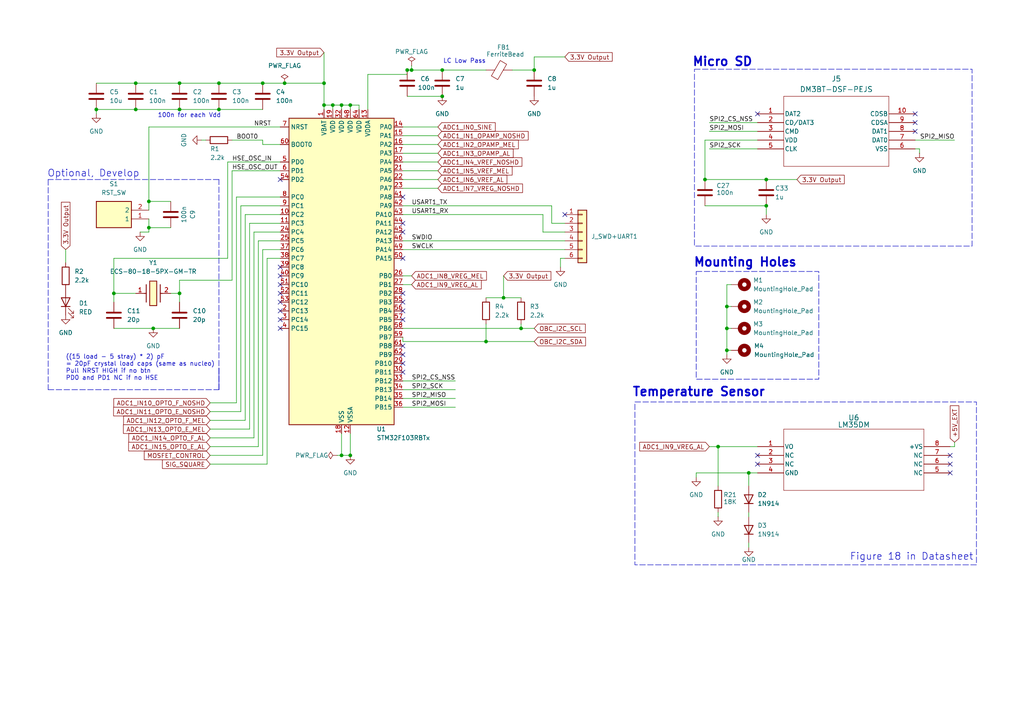
<source format=kicad_sch>
(kicad_sch (version 20231120) (generator "eeschema") (generator_version "8.0")
  (paper "A4")
  (title_block (title "Regina Payload Cubesat MCU Integration") (date "2024-01-15") (company "Karim Ait-Allaoua") (comment 1 "BOOT0: LOW for always main flash memory") (comment 2 "Optional, Develop parts not needed for final design"))
  (lib_symbols
    (symbol "Connector_Generic:Conn_01x06" (pin_names (offset 1.016) hide)
      (property "Reference" "J" (at 0 7.62 0))
      (property "Value" "Conn_01x06" (at 0 -10.16 0))
      (symbol "Conn_01x06_1_1"
        (rectangle (start -1.27 -7.493) (end 0 -7.747) (stroke (width 0.1524)))
        (rectangle (start -1.27 -4.953) (end 0 -5.207) (stroke (width 0.1524)))
        (rectangle (start -1.27 -2.413) (end 0 -2.667) (stroke (width 0.1524)))
        (rectangle (start -1.27 0.127) (end 0 -0.127) (stroke (width 0.1524)))
        (rectangle (start -1.27 2.667) (end 0 2.413) (stroke (width 0.1524)))
        (rectangle (start -1.27 5.207) (end 0 4.953) (stroke (width 0.1524)))
        (rectangle (start -1.27 6.35) (end 1.27 -8.89) (stroke (width 0.254)) (fill (type background)))
        (pin passive line (at -5.08 5.08 0) (length 3.81) (name "Pin_1") (number "1"))
        (pin passive line (at -5.08 2.54 0) (length 3.81) (name "Pin_2") (number "2"))
        (pin passive line (at -5.08 0 0) (length 3.81) (name "Pin_3") (number "3"))
        (pin passive line (at -5.08 -2.54 0) (length 3.81) (name "Pin_4") (number "4"))
        (pin passive line (at -5.08 -5.08 0) (length 3.81) (name "Pin_5") (number "5"))
        (pin passive line (at -5.08 -7.62 0) (length 3.81) (name "Pin_6") (number "6"))
      )
    )
    (symbol "Device:C" (pin_numbers hide) (pin_names (offset 0.254))
      (property "Reference" "C" (at 0.635 2.54 0))
      (property "Value" "C" (at 0.635 -2.54 0))
      (symbol "C_0_1"
        (polyline (pts (xy -2.032 -0.762) (xy 2.032 -0.762)) (stroke (width 0.508)))
        (polyline (pts (xy -2.032 0.762) (xy 2.032 0.762)) (stroke (width 0.508)))
      )
      (symbol "C_1_1"
        (pin passive line (at 0 3.81 270) (length 2.794) (name "~") (number "1"))
        (pin passive line (at 0 -3.81 90) (length 2.794) (name "~") (number "2"))
      )
    )
    (symbol "Device:D" (pin_numbers hide) (pin_names (offset 1.016) hide)
      (property "Reference" "D" (at 0 2.54 0))
      (property "Value" "D" (at 0 -2.54 0))
      (symbol "D_0_1"
        (polyline (pts (xy -1.27 1.27) (xy -1.27 -1.27)) (stroke (width 0.254)))
        (polyline (pts (xy 1.27 0) (xy -1.27 0)))
        (polyline (pts (xy 1.27 1.27) (xy 1.27 -1.27) (xy -1.27 0) (xy 1.27 1.27)) (stroke (width 0.254)))
      )
      (symbol "D_1_1"
        (pin passive line (at -3.81 0 0) (length 2.54) (name "K") (number "1"))
        (pin passive line (at 3.81 0 180) (length 2.54) (name "A") (number "2"))
      )
    )
    (symbol "Device:FerriteBead" (pin_numbers hide) (pin_names (offset 0))
      (property "Reference" "FB" (at -3.81 0.635 90))
      (property "Value" "FerriteBead" (at 3.81 0 90))
      (symbol "FerriteBead_0_1"
        (polyline (pts (xy 0 -1.27) (xy 0 -1.2192)))
        (polyline (pts (xy 0 1.27) (xy 0 1.2954)))
        (polyline (pts (xy -2.7686 0.4064) (xy -1.7018 2.2606) (xy 2.7686 -0.3048) (xy 1.6764 -2.159) (xy -2.7686 0.4064)))
      )
      (symbol "FerriteBead_1_1"
        (pin passive line (at 0 3.81 270) (length 2.54) (name "~") (number "1"))
        (pin passive line (at 0 -3.81 90) (length 2.54) (name "~") (number "2"))
      )
    )
    (symbol "Device:LED" (pin_numbers hide) (pin_names (offset 1.016) hide)
      (property "Reference" "D" (at 0 2.54 0))
      (property "Value" "LED" (at 0 -2.54 0))
      (symbol "LED_0_1"
        (polyline (pts (xy -1.27 -1.27) (xy -1.27 1.27)) (stroke (width 0.254)))
        (polyline (pts (xy -1.27 0) (xy 1.27 0)))
        (polyline (pts (xy 1.27 -1.27) (xy 1.27 1.27) (xy -1.27 0) (xy 1.27 -1.27)) (stroke (width 0.254)))
        (polyline (pts (xy -3.048 -0.762) (xy -4.572 -2.286) (xy -3.81 -2.286) (xy -4.572 -2.286) (xy -4.572 -1.524)))
        (polyline (pts (xy -1.778 -0.762) (xy -3.302 -2.286) (xy -2.54 -2.286) (xy -3.302 -2.286) (xy -3.302 -1.524)))
      )
      (symbol "LED_1_1"
        (pin passive line (at -3.81 0 0) (length 2.54) (name "K") (number "1"))
        (pin passive line (at 3.81 0 180) (length 2.54) (name "A") (number "2"))
      )
    )
    (symbol "Device:R" (pin_numbers hide) (pin_names (offset 0))
      (property "Reference" "R" (at 2.032 0 90))
      (property "Value" "R" (at 0 0 90))
      (symbol "R_0_1"
        (rectangle (start -1.016 -2.54) (end 1.016 2.54) (stroke (width 0.254)))
      )
      (symbol "R_1_1"
        (pin passive line (at 0 3.81 270) (length 1.27) (name "~") (number "1"))
        (pin passive line (at 0 -3.81 90) (length 1.27) (name "~") (number "2"))
      )
    )
    (symbol "GND_1" (power) (pin_numbers hide) (pin_names (offset 0) hide)
      (property "Value" "GND" (at 0 -3.81 0))
      (symbol "GND_1_0_1"
        (polyline (pts (xy 0 0) (xy 0 -1.27) (xy 1.27 -1.27) (xy 0 -2.54) (xy -1.27 -1.27) (xy 0 -1.27)))
      )
      (symbol "GND_1_1_1"
        (pin power_in line (at 0 0 270) (length 0) (name "~") (number "1"))
      )
    )
    (symbol "GND_2" (power) (pin_numbers hide) (pin_names (offset 0) hide)
      (property "Value" "GND" (at 0 -3.81 0))
      (symbol "GND_2_0_1"
        (polyline (pts (xy 0 0) (xy 0 -1.27) (xy 1.27 -1.27) (xy 0 -2.54) (xy -1.27 -1.27) (xy 0 -1.27)))
      )
      (symbol "GND_2_1_1"
        (pin power_in line (at 0 0 270) (length 0) (name "~") (number "1"))
      )
    )
    (symbol "GND_3" (power) (pin_numbers hide) (pin_names (offset 0) hide)
      (property "Value" "GND" (at 0 -3.81 0))
      (symbol "GND_3_0_1"
        (polyline (pts (xy 0 0) (xy 0 -1.27) (xy 1.27 -1.27) (xy 0 -2.54) (xy -1.27 -1.27) (xy 0 -1.27)))
      )
      (symbol "GND_3_1_1"
        (pin power_in line (at 0 0 270) (length 0) (name "~") (number "1"))
      )
    )
    (symbol "GND_4" (power) (pin_numbers hide) (pin_names (offset 0) hide)
      (property "Value" "GND" (at 0 -3.81 0))
      (symbol "GND_4_0_1"
        (polyline (pts (xy 0 0) (xy 0 -1.27) (xy 1.27 -1.27) (xy 0 -2.54) (xy -1.27 -1.27) (xy 0 -1.27)))
      )
      (symbol "GND_4_1_1"
        (pin power_in line (at 0 0 270) (length 0) (name "~") (number "1"))
      )
    )
    (symbol "MCU_ST_STM32F1:STM32F103RBTx"
      (property "Reference" "U" (at -15.24 46.99 0))
      (property "Value" "STM32F103RBTx" (at 10.16 46.99 0))
      (symbol "STM32F103RBTx_0_1"
        (rectangle (start -15.24 -43.18) (end 15.24 45.72) (stroke (width 0.254)) (fill (type background)))
      )
      (symbol "STM32F103RBTx_1_1"
        (pin power_in line (at -5.08 48.26 270) (length 2.54) (name "VBAT") (number "1"))
        (pin bidirectional line (at -17.78 17.78 0) (length 2.54) (name "PC2") (number "10"))
        (pin bidirectional line (at -17.78 15.24 0) (length 2.54) (name "PC3") (number "11"))
        (pin power_in line (at 2.54 -45.72 90) (length 2.54) (name "VSSA") (number "12"))
        (pin power_in line (at 7.62 48.26 270) (length 2.54) (name "VDDA") (number "13"))
        (pin bidirectional line (at 17.78 43.18 180) (length 2.54) (name "PA0") (number "14"))
        (pin bidirectional line (at 17.78 40.64 180) (length 2.54) (name "PA1") (number "15"))
        (pin bidirectional line (at 17.78 38.1 180) (length 2.54) (name "PA2") (number "16"))
        (pin bidirectional line (at 17.78 35.56 180) (length 2.54) (name "PA3") (number "17"))
        (pin power_in line (at 0 -45.72 90) (length 2.54) (name "VSS") (number "18"))
        (pin power_in line (at -2.54 48.26 270) (length 2.54) (name "VDD") (number "19"))
        (pin bidirectional line (at -17.78 -10.16 0) (length 2.54) (name "PC13") (number "2"))
        (pin bidirectional line (at 17.78 33.02 180) (length 2.54) (name "PA4") (number "20"))
        (pin bidirectional line (at 17.78 30.48 180) (length 2.54) (name "PA5") (number "21"))
        (pin bidirectional line (at 17.78 27.94 180) (length 2.54) (name "PA6") (number "22"))
        (pin bidirectional line (at 17.78 25.4 180) (length 2.54) (name "PA7") (number "23"))
        (pin bidirectional line (at -17.78 12.7 0) (length 2.54) (name "PC4") (number "24"))
        (pin bidirectional line (at -17.78 10.16 0) (length 2.54) (name "PC5") (number "25"))
        (pin bidirectional line (at 17.78 0 180) (length 2.54) (name "PB0") (number "26"))
        (pin bidirectional line (at 17.78 -2.54 180) (length 2.54) (name "PB1") (number "27"))
        (pin bidirectional line (at 17.78 -5.08 180) (length 2.54) (name "PB2") (number "28"))
        (pin bidirectional line (at 17.78 -25.4 180) (length 2.54) (name "PB10") (number "29"))
        (pin bidirectional line (at -17.78 -12.7 0) (length 2.54) (name "PC14") (number "3"))
        (pin bidirectional line (at 17.78 -27.94 180) (length 2.54) (name "PB11") (number "30"))
        (pin passive line (at 0 -45.72 90) (length 2.54) hide (name "VSS") (number "31"))
        (pin power_in line (at 0 48.26 270) (length 2.54) (name "VDD") (number "32"))
        (pin bidirectional line (at 17.78 -30.48 180) (length 2.54) (name "PB12") (number "33"))
        (pin bidirectional line (at 17.78 -33.02 180) (length 2.54) (name "PB13") (number "34"))
        (pin bidirectional line (at 17.78 -35.56 180) (length 2.54) (name "PB14") (number "35"))
        (pin bidirectional line (at 17.78 -38.1 180) (length 2.54) (name "PB15") (number "36"))
        (pin bidirectional line (at -17.78 7.62 0) (length 2.54) (name "PC6") (number "37"))
        (pin bidirectional line (at -17.78 5.08 0) (length 2.54) (name "PC7") (number "38"))
        (pin bidirectional line (at -17.78 2.54 0) (length 2.54) (name "PC8") (number "39"))
        (pin bidirectional line (at -17.78 -15.24 0) (length 2.54) (name "PC15") (number "4"))
        (pin bidirectional line (at -17.78 0 0) (length 2.54) (name "PC9") (number "40"))
        (pin bidirectional line (at 17.78 22.86 180) (length 2.54) (name "PA8") (number "41"))
        (pin bidirectional line (at 17.78 20.32 180) (length 2.54) (name "PA9") (number "42"))
        (pin bidirectional line (at 17.78 17.78 180) (length 2.54) (name "PA10") (number "43"))
        (pin bidirectional line (at 17.78 15.24 180) (length 2.54) (name "PA11") (number "44"))
        (pin bidirectional line (at 17.78 12.7 180) (length 2.54) (name "PA12") (number "45"))
        (pin bidirectional line (at 17.78 10.16 180) (length 2.54) (name "PA13") (number "46"))
        (pin passive line (at 0 -45.72 90) (length 2.54) hide (name "VSS") (number "47"))
        (pin power_in line (at 2.54 48.26 270) (length 2.54) (name "VDD") (number "48"))
        (pin bidirectional line (at 17.78 7.62 180) (length 2.54) (name "PA14") (number "49"))
        (pin bidirectional line (at -17.78 33.02 0) (length 2.54) (name "PD0") (number "5"))
        (pin bidirectional line (at 17.78 5.08 180) (length 2.54) (name "PA15") (number "50"))
        (pin bidirectional line (at -17.78 -2.54 0) (length 2.54) (name "PC10") (number "51"))
        (pin bidirectional line (at -17.78 -5.08 0) (length 2.54) (name "PC11") (number "52"))
        (pin bidirectional line (at -17.78 -7.62 0) (length 2.54) (name "PC12") (number "53"))
        (pin bidirectional line (at -17.78 27.94 0) (length 2.54) (name "PD2") (number "54"))
        (pin bidirectional line (at 17.78 -7.62 180) (length 2.54) (name "PB3") (number "55"))
        (pin bidirectional line (at 17.78 -10.16 180) (length 2.54) (name "PB4") (number "56"))
        (pin bidirectional line (at 17.78 -12.7 180) (length 2.54) (name "PB5") (number "57"))
        (pin bidirectional line (at 17.78 -15.24 180) (length 2.54) (name "PB6") (number "58"))
        (pin bidirectional line (at 17.78 -17.78 180) (length 2.54) (name "PB7") (number "59"))
        (pin bidirectional line (at -17.78 30.48 0) (length 2.54) (name "PD1") (number "6"))
        (pin input line (at -17.78 38.1 0) (length 2.54) (name "BOOT0") (number "60"))
        (pin bidirectional line (at 17.78 -20.32 180) (length 2.54) (name "PB8") (number "61"))
        (pin bidirectional line (at 17.78 -22.86 180) (length 2.54) (name "PB9") (number "62"))
        (pin passive line (at 0 -45.72 90) (length 2.54) hide (name "VSS") (number "63"))
        (pin power_in line (at 5.08 48.26 270) (length 2.54) (name "VDD") (number "64"))
        (pin input line (at -17.78 43.18 0) (length 2.54) (name "NRST") (number "7"))
        (pin bidirectional line (at -17.78 22.86 0) (length 2.54) (name "PC0") (number "8"))
        (pin bidirectional line (at -17.78 20.32 0) (length 2.54) (name "PC1") (number "9"))
      )
    )
    (symbol "Mechanical:MountingHole_Pad" (pin_numbers hide) (pin_names (offset 1.016) hide)
      (property "Reference" "H" (at 0 6.35 0))
      (property "Value" "MountingHole_Pad" (at 0 4.445 0))
      (symbol "MountingHole_Pad_0_1"
        (circle (center 0 1.27) (radius 1.27) (stroke (width 1.27)))
      )
      (symbol "MountingHole_Pad_1_1"
        (pin input line (at 0 -2.54 90) (length 2.54) (name "1") (number "1"))
      )
    )
    (symbol "capstone:95C04A3GWRT"
      (property "Reference" "S" (at 16.51 7.62 0))
      (property "Value" "95C04A3GWRT" (at 16.51 5.08 0))
      (symbol "95C04A3GWRT_1_1"
        (rectangle (start 5.08 2.54) (end 15.24 -5.08) (stroke (width 0.254)) (fill (type background)))
        (pin passive line (at 0 0 0) (length 5.08) (name "1") (number "1"))
        (pin passive line (at 0 -2.54 0) (length 5.08) (name "2") (number "2"))
      )
    )
    (symbol "capstone:DM3BT-DSF-PEJS" (pin_names (offset 0.254))
      (property "Reference" "J" (at 22.86 10.16 0))
      (property "Value" "DM3BT-DSF-PEJS" (at 22.86 7.62 0))
      (symbol "DM3BT-DSF-PEJS_0_1"
        (polyline (pts (xy 7.62 -15.24) (xy 38.1 -15.24)) (stroke (width 0.127)))
        (polyline (pts (xy 7.62 5.08) (xy 7.62 -15.24)) (stroke (width 0.127)))
        (polyline (pts (xy 38.1 -15.24) (xy 38.1 5.08)) (stroke (width 0.127)))
        (polyline (pts (xy 38.1 5.08) (xy 7.62 5.08)) (stroke (width 0.127)))
        (pin bidirectional line (at 0 0 0) (length 7.62) (name "DAT2") (number "1"))
        (pin unspecified line (at 45.72 0 180) (length 7.62) (name "CDSB") (number "10"))
        (pin bidirectional line (at 0 -2.54 0) (length 7.62) (name "CD/DAT3") (number "2"))
        (pin unspecified line (at 0 -5.08 0) (length 7.62) (name "CMD") (number "3"))
        (pin power_in line (at 0 -7.62 0) (length 7.62) (name "VDD") (number "4"))
        (pin unspecified line (at 0 -10.16 0) (length 7.62) (name "CLK") (number "5"))
        (pin power_out line (at 45.72 -10.16 180) (length 7.62) (name "VSS") (number "6"))
        (pin bidirectional line (at 45.72 -7.62 180) (length 7.62) (name "DAT0") (number "7"))
        (pin bidirectional line (at 45.72 -5.08 180) (length 7.62) (name "DAT1") (number "8"))
        (pin unspecified line (at 45.72 -2.54 180) (length 7.62) (name "CDSA") (number "9"))
      )
    )
    (symbol "capstone:ECS-80-18-5PX-GM-TR" (pin_names hide)
      (property "Reference" "Y" (at 8.89 6.35 0))
      (property "Value" "ECS-80-18-5PX-GM-TR" (at 8.89 3.81 0))
      (symbol "ECS-80-18-5PX-GM-TR_1_1"
        (polyline (pts (xy 3.048 0) (xy 2.54 0)) (stroke (width 0.254)))
        (polyline (pts (xy 3.048 2.54) (xy 3.048 -2.54)) (stroke (width 0.254)))
        (polyline (pts (xy 7.112 0) (xy 7.62 0)) (stroke (width 0.254)))
        (polyline (pts (xy 7.112 2.54) (xy 7.112 -2.54)) (stroke (width 0.254)))
        (rectangle (start 4.064 3.556) (end 6.096 -3.556) (stroke (width 0.254)) (fill (type background)))
        (pin passive line (at 0 0 0) (length 2.54) (name "1") (number "1"))
        (pin passive line (at 10.16 0 180) (length 2.54) (name "2") (number "2"))
      )
    )
    (symbol "capstone:LM35DM" (pin_names (offset 0.254))
      (property "Reference" "U" (at 27.94 10.16 0))
      (property "Value" "LM35DM" (at 27.94 7.62 0))
      (symbol "LM35DM_0_1"
        (polyline (pts (xy 7.62 -12.7) (xy 48.26 -12.7)) (stroke (width 0.127)))
        (polyline (pts (xy 7.62 5.08) (xy 7.62 -12.7)) (stroke (width 0.127)))
        (polyline (pts (xy 48.26 -12.7) (xy 48.26 5.08)) (stroke (width 0.127)))
        (polyline (pts (xy 48.26 5.08) (xy 7.62 5.08)) (stroke (width 0.127)))
        (pin output line (at 0 0 0) (length 7.62) (name "VO") (number "1"))
        (pin passive line (at 0 -2.54 0) (length 7.62) (name "NC") (number "2"))
        (pin passive line (at 0 -5.08 0) (length 7.62) (name "NC") (number "3"))
        (pin passive line (at 0 -7.62 0) (length 7.62) (name "GND") (number "4"))
        (pin passive line (at 55.88 -7.62 180) (length 7.62) (name "NC") (number "5"))
        (pin passive line (at 55.88 -5.08 180) (length 7.62) (name "NC") (number "6"))
        (pin passive line (at 55.88 -2.54 180) (length 7.62) (name "NC") (number "7"))
        (pin input line (at 55.88 0 180) (length 7.62) (name "+VS") (number "8"))
      )
    )
    (symbol "power:GND" (power) (pin_names (offset 0))
      (property "Value" "GND" (at 0 -3.81 0))
      (symbol "GND_0_1"
        (polyline (pts (xy 0 0) (xy 0 -1.27) (xy 1.27 -1.27) (xy 0 -2.54) (xy -1.27 -1.27) (xy 0 -1.27)))
      )
      (symbol "GND_1_1"
        (pin power_in line (at 0 0 270) (length 0) hide (name "GND") (number "1"))
      )
    )
    (symbol "power:PWR_FLAG" (power) (pin_numbers hide) (pin_names (offset 0) hide)
      (property "Value" "PWR_FLAG" (at 0 3.81 0))
      (symbol "PWR_FLAG_0_0"
        (pin power_out line (at 0 0 90) (length 0) (name "pwr") (number "1"))
      )
      (symbol "PWR_FLAG_0_1"
        (polyline (pts (xy 0 0) (xy 0 1.27) (xy -1.016 1.905) (xy 0 2.54) (xy 1.016 1.905) (xy 0 1.27)))
      )
    )
  )
  (junction (at 151.13 95.25))
  (junction (at 82.55 24.13))
  (junction (at 128.27 20.32))
  (junction (at 101.6 132.08))
  (junction (at 39.37 31.75))
  (junction (at 63.5 31.75))
  (junction (at 128.27 27.94))
  (junction (at 208.28 129.54))
  (junction (at 99.06 132.08))
  (junction (at 52.07 85.09))
  (junction (at 101.6 30.48))
  (junction (at 33.02 85.09))
  (junction (at 210.82 88.9))
  (junction (at 222.25 59.69))
  (junction (at 119.38 20.32))
  (junction (at 93.98 30.48))
  (junction (at 154.94 20.32))
  (junction (at 27.94 31.75))
  (junction (at 217.17 137.16))
  (junction (at 146.05 86.36))
  (junction (at 52.07 31.75))
  (junction (at 43.18 66.04))
  (junction (at 76.2 24.13))
  (junction (at 96.52 30.48))
  (junction (at 43.18 58.42))
  (junction (at 140.97 99.06))
  (junction (at 44.45 95.25))
  (junction (at 93.98 24.13))
  (junction (at 99.06 30.48))
  (junction (at 39.37 24.13))
  (junction (at 52.07 24.13))
  (junction (at 204.47 52.07))
  (junction (at 210.82 95.25))
  (junction (at 118.11 20.32))
  (junction (at 210.82 101.6))
  (junction (at 63.5 24.13))
  (junction (at 222.25 52.07))
  (no_connect (at 81.28 90.17))
  (no_connect (at 219.71 132.08))
  (no_connect (at 81.28 82.55))
  (no_connect (at 116.84 85.09))
  (no_connect (at 275.59 137.16))
  (no_connect (at 265.43 35.56))
  (no_connect (at 116.84 87.63))
  (no_connect (at 265.43 38.1))
  (no_connect (at 219.71 33.02))
  (no_connect (at 116.84 67.31))
  (no_connect (at 116.84 57.15))
  (no_connect (at 116.84 107.95))
  (no_connect (at 81.28 85.09))
  (no_connect (at 81.28 80.01))
  (no_connect (at 116.84 90.17))
  (no_connect (at 81.28 87.63))
  (no_connect (at 81.28 77.47))
  (no_connect (at 265.43 33.02))
  (no_connect (at 116.84 100.33))
  (no_connect (at 116.84 64.77))
  (no_connect (at 219.71 134.62))
  (no_connect (at 116.84 74.93))
  (no_connect (at 163.83 62.23))
  (no_connect (at 116.84 105.41))
  (no_connect (at 81.28 95.25))
  (no_connect (at 275.59 134.62))
  (no_connect (at 81.28 92.71))
  (no_connect (at 116.84 92.71))
  (no_connect (at 116.84 102.87))
  (no_connect (at 81.28 52.07))
  (no_connect (at 275.59 132.08))
  (wire (pts (xy 204.47 59.69) (xy 222.25 59.69)))
  (wire (pts (xy 39.37 24.13) (xy 52.07 24.13)))
  (wire (pts (xy 157.48 67.31) (xy 157.48 62.23)))
  (wire (pts (xy 73.66 127) (xy 73.66 67.31)))
  (wire (pts (xy 201.93 138.43) (xy 201.93 137.16)))
  (wire (pts (xy 60.96 119.38) (xy 69.85 119.38)))
  (wire (pts (xy 63.5 24.13) (xy 76.2 24.13)))
  (wire (pts (xy 66.04 46.99) (xy 81.28 46.99)))
  (wire (pts (xy 118.11 20.32) (xy 119.38 20.32)))
  (wire (pts (xy 162.56 74.93) (xy 163.83 74.93)))
  (wire (pts (xy 60.96 134.62) (xy 77.47 134.62)))
  (wire (pts (xy 210.82 88.9) (xy 212.09 88.9)))
  (polyline (pts (xy 13.97 113.03) (xy 63.5 113.03)) (stroke (width 0) (type dash)))
  (wire (pts (xy 93.98 30.48) (xy 96.52 30.48)))
  (wire (pts (xy 205.74 35.56) (xy 219.71 35.56)))
  (wire (pts (xy 151.13 95.25) (xy 154.94 95.25)))
  (wire (pts (xy 208.28 129.54) (xy 219.71 129.54)))
  (wire (pts (xy 205.74 43.18) (xy 219.71 43.18)))
  (wire (pts (xy 63.5 31.75) (xy 76.2 31.75)))
  (wire (pts (xy 72.39 64.77) (xy 81.28 64.77)))
  (wire (pts (xy 163.83 67.31) (xy 157.48 67.31)))
  (wire (pts (xy 210.82 102.87) (xy 210.82 101.6)))
  (wire (pts (xy 69.85 59.69) (xy 81.28 59.69)))
  (wire (pts (xy 49.53 85.09) (xy 52.07 85.09)))
  (wire (pts (xy 97.79 132.08) (xy 99.06 132.08)))
  (wire (pts (xy 140.97 99.06) (xy 154.94 99.06)))
  (wire (pts (xy 116.84 118.11) (xy 132.08 118.11)))
  (wire (pts (xy 128.27 20.32) (xy 140.97 20.32)))
  (wire (pts (xy 44.45 95.25) (xy 52.07 95.25)))
  (wire (pts (xy 106.68 21.59) (xy 118.11 21.59)))
  (wire (pts (xy 148.59 20.32) (xy 154.94 20.32)))
  (wire (pts (xy 204.47 40.64) (xy 204.47 52.07)))
  (wire (pts (xy 60.96 124.46) (xy 72.39 124.46)))
  (wire (pts (xy 118.11 21.59) (xy 118.11 20.32)))
  (polyline (pts (xy 63.5 113.03) (xy 63.5 106.68)))
  (wire (pts (xy 210.82 101.6) (xy 210.82 95.25)))
  (wire (pts (xy 101.6 125.73) (xy 101.6 132.08)))
  (wire (pts (xy 116.84 41.91) (xy 127 41.91)))
  (wire (pts (xy 222.25 62.23) (xy 222.25 59.69)))
  (wire (pts (xy 60.96 132.08) (xy 76.2 132.08)))
  (wire (pts (xy 106.68 21.59) (xy 106.68 31.75)))
  (wire (pts (xy 104.14 31.75) (xy 104.14 30.48)))
  (wire (pts (xy 210.82 95.25) (xy 212.09 95.25)))
  (wire (pts (xy 71.12 62.23) (xy 81.28 62.23)))
  (wire (pts (xy 205.74 129.54) (xy 208.28 129.54)))
  (wire (pts (xy 101.6 132.08) (xy 99.06 132.08)))
  (wire (pts (xy 116.84 69.85) (xy 163.83 69.85)))
  (wire (pts (xy 265.43 40.64) (xy 276.86 40.64)))
  (wire (pts (xy 27.94 31.75) (xy 39.37 31.75)))
  (wire (pts (xy 43.18 63.5) (xy 43.18 66.04)))
  (wire (pts (xy 74.93 129.54) (xy 74.93 69.85)))
  (wire (pts (xy 77.47 134.62) (xy 77.47 74.93)))
  (wire (pts (xy 116.84 39.37) (xy 127 39.37)))
  (wire (pts (xy 74.93 69.85) (xy 81.28 69.85)))
  (wire (pts (xy 96.52 31.75) (xy 96.52 30.48)))
  (wire (pts (xy 116.84 80.01) (xy 119.38 80.01)))
  (wire (pts (xy 210.82 95.25) (xy 210.82 88.9)))
  (wire (pts (xy 68.58 57.15) (xy 81.28 57.15)))
  (wire (pts (xy 60.96 121.92) (xy 71.12 121.92)))
  (wire (pts (xy 140.97 86.36) (xy 146.05 86.36)))
  (wire (pts (xy 33.02 74.93) (xy 33.02 85.09)))
  (wire (pts (xy 116.84 54.61) (xy 127 54.61)))
  (wire (pts (xy 99.06 30.48) (xy 101.6 30.48)))
  (wire (pts (xy 99.06 31.75) (xy 99.06 30.48)))
  (wire (pts (xy 162.56 77.47) (xy 162.56 74.93)))
  (wire (pts (xy 33.02 95.25) (xy 44.45 95.25)))
  (wire (pts (xy 101.6 30.48) (xy 101.6 31.75)))
  (wire (pts (xy 72.39 124.46) (xy 72.39 64.77)))
  (wire (pts (xy 71.12 121.92) (xy 71.12 62.23)))
  (wire (pts (xy 77.47 74.93) (xy 81.28 74.93)))
  (wire (pts (xy 146.05 86.36) (xy 151.13 86.36)))
  (wire (pts (xy 43.18 58.42) (xy 49.53 58.42)))
  (wire (pts (xy 201.93 137.16) (xy 217.17 137.16)))
  (wire (pts (xy 116.84 52.07) (xy 127 52.07)))
  (wire (pts (xy 59.69 40.64) (xy 58.42 40.64)))
  (wire (pts (xy 93.98 15.24) (xy 93.98 24.13)))
  (wire (pts (xy 52.07 24.13) (xy 63.5 24.13)))
  (wire (pts (xy 76.2 41.91) (xy 81.28 41.91)))
  (wire (pts (xy 39.37 31.75) (xy 52.07 31.75)))
  (wire (pts (xy 67.31 49.53) (xy 81.28 49.53)))
  (wire (pts (xy 43.18 58.42) (xy 43.18 60.96)))
  (wire (pts (xy 210.82 82.55) (xy 212.09 82.55)))
  (wire (pts (xy 27.94 31.75) (xy 27.94 33.02)))
  (wire (pts (xy 210.82 88.9) (xy 210.82 82.55)))
  (wire (pts (xy 151.13 93.98) (xy 151.13 95.25)))
  (wire (pts (xy 116.84 44.45) (xy 127 44.45)))
  (wire (pts (xy 43.18 67.31) (xy 40.64 67.31)))
  (wire (pts (xy 160.02 64.77) (xy 163.83 64.77)))
  (wire (pts (xy 27.94 24.13) (xy 39.37 24.13)))
  (wire (pts (xy 99.06 125.73) (xy 99.06 132.08)))
  (wire (pts (xy 116.84 95.25) (xy 151.13 95.25)))
  (wire (pts (xy 67.31 40.64) (xy 76.2 40.64)))
  (wire (pts (xy 73.66 67.31) (xy 81.28 67.31)))
  (wire (pts (xy 208.28 129.54) (xy 208.28 140.97)))
  (wire (pts (xy 43.18 36.83) (xy 43.18 58.42)))
  (wire (pts (xy 60.96 129.54) (xy 74.93 129.54)))
  (wire (pts (xy 66.04 74.93) (xy 33.02 74.93)))
  (wire (pts (xy 116.84 113.03) (xy 132.08 113.03)))
  (wire (pts (xy 104.14 30.48) (xy 101.6 30.48)))
  (wire (pts (xy 66.04 46.99) (xy 66.04 74.93)))
  (wire (pts (xy 116.84 46.99) (xy 127 46.99)))
  (polyline (pts (xy 63.5 113.03) (xy 63.5 52.07)) (stroke (width 0) (type dash)))
  (wire (pts (xy 96.52 30.48) (xy 99.06 30.48)))
  (wire (pts (xy 43.18 36.83) (xy 81.28 36.83)))
  (wire (pts (xy 276.86 129.54) (xy 276.86 128.27)))
  (wire (pts (xy 116.84 99.06) (xy 140.97 99.06)))
  (wire (pts (xy 140.97 93.98) (xy 140.97 99.06)))
  (wire (pts (xy 68.58 116.84) (xy 68.58 57.15)))
  (wire (pts (xy 231.14 52.07) (xy 222.25 52.07)))
  (wire (pts (xy 60.96 116.84) (xy 68.58 116.84)))
  (wire (pts (xy 208.28 148.59) (xy 208.28 149.86)))
  (wire (pts (xy 76.2 24.13) (xy 82.55 24.13)))
  (wire (pts (xy 146.05 80.01) (xy 146.05 86.36)))
  (wire (pts (xy 60.96 127) (xy 73.66 127)))
  (wire (pts (xy 217.17 149.86) (xy 217.17 148.59)))
  (wire (pts (xy 205.74 38.1) (xy 219.71 38.1)))
  (wire (pts (xy 93.98 24.13) (xy 93.98 30.48)))
  (wire (pts (xy 33.02 85.09) (xy 39.37 85.09)))
  (wire (pts (xy 43.18 66.04) (xy 43.18 67.31)))
  (wire (pts (xy 69.85 119.38) (xy 69.85 59.69)))
  (wire (pts (xy 163.83 16.51) (xy 154.94 16.51)))
  (wire (pts (xy 160.02 59.69) (xy 160.02 64.77)))
  (polyline (pts (xy 13.97 52.07) (xy 13.97 113.03)) (stroke (width 0) (type dash)))
  (wire (pts (xy 116.84 72.39) (xy 163.83 72.39)))
  (wire (pts (xy 119.38 19.05) (xy 119.38 20.32)))
  (wire (pts (xy 154.94 16.51) (xy 154.94 20.32)))
  (wire (pts (xy 43.18 66.04) (xy 49.53 66.04)))
  (wire (pts (xy 116.84 36.83) (xy 127 36.83)))
  (wire (pts (xy 116.84 110.49) (xy 132.08 110.49)))
  (wire (pts (xy 210.82 101.6) (xy 212.09 101.6)))
  (wire (pts (xy 217.17 137.16) (xy 219.71 137.16)))
  (wire (pts (xy 204.47 40.64) (xy 219.71 40.64)))
  (wire (pts (xy 118.11 27.94) (xy 128.27 27.94)))
  (wire (pts (xy 217.17 137.16) (xy 217.17 140.97)))
  (wire (pts (xy 116.84 82.55) (xy 119.38 82.55)))
  (wire (pts (xy 76.2 40.64) (xy 76.2 41.91)))
  (wire (pts (xy 275.59 129.54) (xy 276.86 129.54)))
  (wire (pts (xy 266.7 43.18) (xy 266.7 44.45)))
  (wire (pts (xy 52.07 81.28) (xy 67.31 81.28)))
  (wire (pts (xy 217.17 157.48) (xy 217.17 158.75)))
  (wire (pts (xy 19.05 72.39) (xy 19.05 76.2)))
  (wire (pts (xy 52.07 85.09) (xy 52.07 87.63)))
  (polyline (pts (xy 63.5 52.07) (xy 13.97 52.07)) (stroke (width 0) (type dash)))
  (wire (pts (xy 116.84 59.69) (xy 160.02 59.69)))
  (wire (pts (xy 76.2 72.39) (xy 76.2 132.08)))
  (wire (pts (xy 265.43 43.18) (xy 266.7 43.18)))
  (wire (pts (xy 116.84 49.53) (xy 127 49.53)))
  (wire (pts (xy 33.02 85.09) (xy 33.02 87.63)))
  (wire (pts (xy 82.55 24.13) (xy 93.98 24.13)))
  (wire (pts (xy 93.98 31.75) (xy 93.98 30.48)))
  (wire (pts (xy 52.07 81.28) (xy 52.07 85.09)))
  (wire (pts (xy 157.48 62.23) (xy 116.84 62.23)))
  (wire (pts (xy 204.47 52.07) (xy 222.25 52.07)))
  (wire (pts (xy 81.28 72.39) (xy 76.2 72.39)))
  (wire (pts (xy 116.84 99.06) (xy 116.84 97.79)))
  (wire (pts (xy 52.07 31.75) (xy 63.5 31.75)))
  (wire (pts (xy 119.38 20.32) (xy 128.27 20.32)))
  (wire (pts (xy 116.84 115.57) (xy 132.08 115.57)))
  (wire (pts (xy 67.31 81.28) (xy 67.31 49.53)))
  (rectangle (start 201.93 78.74) (end 237.49 109.982) (stroke (width 0) (type dash)))
  (rectangle (start 184.15 116.586) (end 283.21 163.83) (stroke (width 0) (type dash)))
  (rectangle (start 201.422 20.066) (end 281.94 71.374) (stroke (width 0) (type dash)))
  (text "((15 load - 5 stray) * 2) pF \n= 20pF crystal load caps (same as nucleo)\nPull NRST HIGH if no btn\nPD0 and PD1 NC if no HSE" (at 19.05 110.49 0) (effects (font (size 1.27 1.27)) (justify left bottom)))
  (text "Mounting Holes" (at 216.154 76.2 0) (effects (font (size 2.54 2.54) (thickness 0.508) (bold yes))))
  (text "Micro SD" (at 209.55 18.034 0) (effects (font (size 2.54 2.54) (thickness 0.508) (bold yes))))
  (text "Optional, Develop" (at 13.716 51.562 0) (effects (font (size 2 2)) (justify left bottom)))
  (text "Temperature Sensor" (at 202.692 113.792 0) (effects (font (size 2.54 2.54) (thickness 0.508) (bold yes))))
  (text "100n for each Vdd" (at 45.72 34.29 0) (effects (font (size 1.27 1.27)) (justify left bottom)))
  (text "Figure 18 in Datasheet" (at 264.414 161.544 0) (effects (font (size 2.032 2.032) (thickness 0.1588))))
  (text "LC Low Pass" (at 128.524 18.542 0) (effects (font (size 1.27 1.27)) (justify left bottom)))
  (label "SPI2_SCK" (at 205.74 43.18 0))
  (label "SPI2_CS_NSS" (at 205.74 35.56 0))
  (label "HSE_OSC_OUT" (at 67.31 49.53 0))
  (label "USART1_TX" (at 119.38 59.69 0))
  (label "HSE_OSC_IN" (at 67.31 46.99 0))
  (label "SPI2_CS_NSS" (at 119.38 110.49 0))
  (label "SPI2_MOSI" (at 205.74 38.1 0))
  (label "SPI2_MOSI" (at 119.38 118.11 0))
  (label "SPI2_MISO" (at 119.38 115.57 0))
  (label "SWCLK" (at 119.38 72.39 0))
  (label "USART1_RX" (at 119.38 62.23 0))
  (label "SPI2_MISO" (at 276.86 40.64 180))
  (label "BOOT0" (at 68.58 40.64 0))
  (label "NRST" (at 73.66 36.83 0))
  (label "SWDIO" (at 119.38 69.85 0))
  (label "SPI2_SCK" (at 119.38 113.03 0))
  (global_label "3.3V Output" (shape input) (at 231.14 52.07 0) (property "Intersheetrefs" "${INTERSHEET_REFS}" (effects (hide yes))))
  (global_label "ADC1_IN6_VREF_AL" (shape input) (at 127 52.07 0) (property "Intersheetrefs" "${INTERSHEET_REFS}" (effects (hide yes))))
  (global_label "3.3V Output" (shape input) (at 19.05 72.39 90) (property "Intersheetrefs" "${INTERSHEET_REFS}" (effects (hide yes))))
  (global_label "OBC_I2C_SDA" (shape input) (at 154.94 99.06 0) (property "Intersheetrefs" "${INTERSHEET_REFS}" (effects (hide yes))))
  (global_label "ADC1_IN13_OPTO_E_MEL" (shape input) (at 60.96 124.46 180) (property "Intersheetrefs" "${INTERSHEET_REFS}" (effects (hide yes))))
  (global_label "MOSFET_CONTROL" (shape input) (at 60.96 132.08 180) (property "Intersheetrefs" "${INTERSHEET_REFS}" (effects (hide yes))))
  (global_label "ADC1_IN2_OPAMP_MEL" (shape input) (at 127 41.91 0) (property "Intersheetrefs" "${INTERSHEET_REFS}" (effects (hide yes))))
  (global_label "ADC1_IN9_VREG_AL" (shape input) (at 119.38 82.55 0) (property "Intersheetrefs" "${INTERSHEET_REFS}" (effects (hide yes))))
  (global_label "ADC1_IN12_OPTO_F_MEL" (shape input) (at 60.96 121.92 180) (property "Intersheetrefs" "${INTERSHEET_REFS}" (effects (hide yes))))
  (global_label "ADC1_IN8_VREG_MEL" (shape input) (at 119.38 80.01 0) (property "Intersheetrefs" "${INTERSHEET_REFS}" (effects (hide yes))))
  (global_label "3.3V Output" (shape input) (at 163.83 16.51 0) (property "Intersheetrefs" "${INTERSHEET_REFS}" (effects (hide yes))))
  (global_label "ADC1_IN0_SINE" (shape input) (at 127 36.83 0) (property "Intersheetrefs" "${INTERSHEET_REFS}" (effects (hide yes))))
  (global_label "3.3V Output" (shape input) (at 146.05 80.01 0) (property "Intersheetrefs" "${INTERSHEET_REFS}" (effects (hide yes))))
  (global_label "ADC1_IN10_OPTO_F_NOSHD" (shape input) (at 60.96 116.84 180) (property "Intersheetrefs" "${INTERSHEET_REFS}" (effects (hide yes))))
  (global_label "ADC1_IN15_OPTO_E_AL" (shape input) (at 60.96 129.54 180) (property "Intersheetrefs" "${INTERSHEET_REFS}" (effects (hide yes))))
  (global_label "ADC1_IN11_OPTO_E_NOSHD" (shape input) (at 60.96 119.38 180) (property "Intersheetrefs" "${INTERSHEET_REFS}" (effects (hide yes))))
  (global_label "ADC1_IN7_VREG_NOSHD" (shape input) (at 127 54.61 0) (property "Intersheetrefs" "${INTERSHEET_REFS}" (effects (hide yes))))
  (global_label "ADC1_IN3_OPAMP_AL" (shape input) (at 127 44.45 0) (property "Intersheetrefs" "${INTERSHEET_REFS}" (effects (hide yes))))
  (global_label "ADC1_IN4_VREF_NOSHD" (shape input) (at 127 46.99 0) (property "Intersheetrefs" "${INTERSHEET_REFS}" (effects (hide yes))))
  (global_label "SIG_SQUARE" (shape input) (at 60.96 134.62 180) (property "Intersheetrefs" "${INTERSHEET_REFS}" (effects (hide yes))))
  (global_label "ADC1_IN9_VREG_AL" (shape input) (at 205.74 129.54 180) (property "Intersheetrefs" "${INTERSHEET_REFS}" (effects (hide yes))))
  (global_label "ADC1_IN14_OPTO_F_AL" (shape input) (at 60.96 127 180) (property "Intersheetrefs" "${INTERSHEET_REFS}" (effects (hide yes))))
  (global_label "+5V_EXT" (shape input) (at 276.86 128.27 90) (property "Intersheetrefs" "${INTERSHEET_REFS}" (effects (hide yes))))
  (global_label "ADC1_IN1_OPAMP_NOSHD" (shape input) (at 127 39.37 0) (property "Intersheetrefs" "${INTERSHEET_REFS}" (effects (hide yes))))
  (global_label "OBC_I2C_SCL" (shape input) (at 154.94 95.25 0) (property "Intersheetrefs" "${INTERSHEET_REFS}" (effects (hide yes))))
  (global_label "3.3V Output" (shape input) (at 93.98 15.24 180) (property "Intersheetrefs" "${INTERSHEET_REFS}" (effects (hide yes))))
  (global_label "ADC1_IN5_VREF_MEL" (shape input) (at 127 49.53 0) (property "Intersheetrefs" "${INTERSHEET_REFS}" (effects (hide yes))))
  (symbol (lib_id "Mechanical:MountingHole_Pad") (at 214.63 101.6 270) (unit 1)
    (property "Reference" "M4" (at 218.694 100.33 90) (effects (justify left)))
    (property "Value" "MountingHole_Pad" (at 218.694 102.87 90) (effects (justify left)))
    (property "Footprint" "MountingHole:MountingHole_3.2mm_M3_Pad_Via" (effects (hide yes)))
  )
  (symbol (lib_id "capstone:DM3BT-DSF-PEJS") (at 219.71 33.02 0) (unit 1)
    (property "Reference" "J5" (at 242.57 22.86 0) (effects (font (size 1.524 1.524))))
    (property "Value" "DM3BT-DSF-PEJS" (at 242.57 25.908 0) (effects (font (size 1.524 1.524))))
    (property "Footprint" "capstone:DM3BT_DSF_PEJS" (effects (hide yes)))
    (property "Datasheet" "DM3BT-DSF-PEJS" (effects (hide yes)))
  )
  (symbol (lib_id "MCU_ST_STM32F1:STM32F103RBTx") (at 99.06 80.01 0) (unit 1)
    (property "Reference" "U1" (at 109.22 124.46 0) (effects (justify left)))
    (property "Value" "STM32F103RBTx" (at 109.22 127 0) (effects (justify left)))
    (property "Footprint" "Package_QFP:LQFP-64_10x10mm_P0.5mm" (effects (hide yes)))
    (property "Datasheet" "https://www.st.com/resource/en/datasheet/stm32f103rb.pdf" (effects (hide yes)))
  )
  (symbol (lib_id "Device:C") (at 27.94 27.94 0) (unit 1)
    (property "Reference" "C5" (at 31.75 26.67 0) (effects (justify left)))
    (property "Value" "10u" (at 31.75 29.21 0) (effects (justify left)))
    (property "Footprint" "Capacitor_SMD:C_0603_1608Metric" (effects (hide yes)))
  )
  (symbol (lib_id "power:GND") (at 222.25 62.23 0) (unit 1)
    (property "Reference" "#PWR05" (effects (hide yes)))
    (property "Value" "GND" (at 222.25 67.31 0))
  )
  (symbol (lib_id "power:GND") (at 154.94 27.94 0) (unit 1)
    (property "Reference" "#PWR06" (effects (hide yes)))
    (property "Value" "GND" (at 154.94 33.02 0))
  )
  (symbol (lib_id "Connector_Generic:Conn_01x06") (at 168.91 67.31 0) (unit 1)
    (property "Reference" "J_SWD+UART1" (at 171.45 68.58 0) (effects (justify left)))
    (property "Value" "Conn_01x06" (effects (hide yes)))
    (property "Footprint" "Connector_PinHeader_2.54mm:PinHeader_1x06_P2.54mm_Vertical" (effects (hide yes)))
  )
  (symbol (lib_id "Device:C") (at 49.53 62.23 180) (unit 1)
    (property "Reference" "C9" (at 55.88 62.23 90))
    (property "Value" "100n" (at 53.34 62.23 90))
    (property "Footprint" "Capacitor_SMD:C_0402_1005Metric" (effects (hide yes)))
  )
  (symbol (lib_id "Mechanical:MountingHole_Pad") (at 214.63 88.9 270) (unit 1)
    (property "Reference" "M2" (at 218.44 87.6299 90) (effects (justify left)))
    (property "Value" "MountingHole_Pad" (at 218.44 90.1699 90) (effects (justify left)))
    (property "Footprint" "MountingHole:MountingHole_3.2mm_M3_Pad_Via" (effects (hide yes)))
  )
  (symbol (lib_id "power:GND") (at 210.82 102.87 0) (unit 1)
    (property "Reference" "#PWR019" (effects (hide yes)))
    (property "Value" "GND" (at 210.82 107.95 0))
  )
  (symbol (lib_id "Device:C") (at 118.11 24.13 0) (unit 1)
    (property "Reference" "C6" (at 121.92 22.86 0) (effects (justify left)))
    (property "Value" "100n" (at 121.158 25.4 0) (effects (justify left)))
    (property "Footprint" "Capacitor_SMD:C_0402_1005Metric" (effects (hide yes)))
  )
  (symbol (lib_id "power:GND") (at 128.27 27.94 0) (unit 1)
    (property "Reference" "#PWR07" (effects (hide yes)))
    (property "Value" "GND" (at 128.27 33.02 0))
  )
  (symbol (lib_id "power:GND") (at 40.64 67.31 0) (unit 1)
    (property "Reference" "#PWR08" (effects (hide yes)))
    (property "Value" "GND" (at 40.64 72.39 0))
  )
  (symbol (lib_id "capstone:95C04A3GWRT") (at 43.18 63.5 180) (unit 1)
    (property "Reference" "S1" (at 33.02 53.34 0))
    (property "Value" "RST_SW" (at 33.02 55.88 0))
    (property "Footprint" "capstone:95C04A3GWRT" (effects (hide yes)))
    (property "Mouser Part Number" "706-95C04A3GWRT" (effects (hide yes)))
    (property "Mouser Price/Stock" "https://www.mouser.co.uk/ProductDetail/Grayhill/95C04A3GWRT?qs=ls7QRyWmRk61gE7yXPOhmQ%3D%3D" (effects (hide yes)))
    (property "Manufacturer_Name" "Grayhill" (effects (hide yes)))
    (property "Manufacturer_Part_Number" "95C04A3GWRT" (effects (hide yes)))
  )
  (symbol (lib_id "Device:R") (at 19.05 80.01 0) (unit 1)
    (property "Reference" "R2" (at 21.59 78.74 0) (effects (justify left)))
    (property "Value" "2.2k" (at 21.59 81.28 0) (effects (justify left)))
    (property "Footprint" "Resistor_SMD:R_0402_1005Metric" (effects (hide yes)))
  )
  (symbol (lib_id "power:PWR_FLAG") (at 119.38 19.05 0) (unit 1)
    (property "Reference" "#FLG01" (effects (hide yes)))
    (property "Value" "PWR_FLAG" (at 119.38 14.986 0))
  )
  (symbol (lib_id "Mechanical:MountingHole_Pad") (at 214.63 95.25 270) (unit 1)
    (property "Reference" "M3" (at 218.44 93.9799 90) (effects (justify left)))
    (property "Value" "MountingHole_Pad" (at 218.44 96.5199 90) (effects (justify left)))
    (property "Footprint" "MountingHole:MountingHole_3.2mm_M3_Pad_Via" (effects (hide yes)))
  )
  (symbol (lib_id "Device:R") (at 63.5 40.64 270) (unit 1)
    (property "Reference" "R1" (at 60.96 43.18 90) (effects (justify left)))
    (property "Value" "2.2k" (at 60.96 45.72 90) (effects (justify left)))
    (property "Footprint" "Resistor_SMD:R_0402_1005Metric" (effects (hide yes)))
  )
  (symbol (lib_id "capstone:LM35DM") (at 219.71 129.54 0) (unit 1)
    (property "Reference" "U6" (at 247.65 121.158 0) (effects (font (size 1.524 1.524))))
    (property "Value" "LM35DM" (at 247.65 123.19 0) (effects (font (size 1.524 1.524))))
    (property "Footprint" "capstone:LM35DM" (effects (hide yes)))
    (property "Datasheet" "LM35DM" (effects (hide yes)))
  )
  (symbol (lib_id "Device:C") (at 76.2 27.94 0) (unit 1)
    (property "Reference" "C4" (at 80.01 26.67 0) (effects (justify left)))
    (property "Value" "100n" (at 80.01 29.21 0) (effects (justify left)))
    (property "Footprint" "Capacitor_SMD:C_0402_1005Metric" (effects (hide yes)))
  )
  (symbol (lib_id "Device:C") (at 204.47 55.88 0) (unit 1)
    (property "Reference" "C27" (at 207.772 53.848 0) (effects (justify left)))
    (property "Value" "100n" (at 207.772 55.88 0) (effects (justify left)))
    (property "Footprint" "Capacitor_SMD:C_0402_1005Metric" (effects (hide yes)))
  )
  (symbol (lib_id "power:GND") (at 19.05 91.44 0) (unit 1)
    (property "Reference" "#PWR015" (effects (hide yes)))
    (property "Value" "GND" (at 19.05 96.52 0))
  )
  (symbol (lib_id "Device:C") (at 63.5 27.94 0) (unit 1)
    (property "Reference" "C3" (at 67.31 26.67 0) (effects (justify left)))
    (property "Value" "100n" (at 67.31 29.21 0) (effects (justify left)))
    (property "Footprint" "Capacitor_SMD:C_0402_1005Metric" (effects (hide yes)))
  )
  (symbol (lib_id "capstone:ECS-80-18-5PX-GM-TR") (at 39.37 85.09 0) (unit 1)
    (property "Reference" "Y1" (at 44.45 76.2 0))
    (property "Value" "ECS-80-18-5PX-GM-TR" (at 44.45 78.74 0))
    (property "Footprint" "capstone:ECS80185PXGMTR" (effects (hide yes)))
    (property "Datasheet" "https://ecsxtal.com/store/pdf/csm-7x.pdf" (effects (hide yes)))
    (property "Height" "4.3" (effects (hide yes)))
    (property "Mouser Part Number" "520-80-18-5PX-GM-TR" (effects (hide yes)))
    (property "Mouser Price/Stock" "https://www.mouser.co.uk/ProductDetail/ECS/ECS-80-18-5PX-GM-TR?qs=amGC7iS6iy9i4EiBY7c3iQ%3D%3D" (effects (hide yes)))
    (property "Manufacturer_Name" "ECS" (effects (hide yes)))
    (property "Manufacturer_Part_Number" "ECS-80-18-5PX-GM-TR" (effects (hide yes)))
  )
  (symbol (lib_id "power:PWR_FLAG") (at 82.55 24.13 0) (unit 1)
    (property "Reference" "#FLG02" (effects (hide yes)))
    (property "Value" "PWR_FLAG" (at 82.55 19.05 0))
  )
  (symbol (lib_id "power:GND") (at 44.45 95.25 0) (unit 1)
    (property "Reference" "#PWR011" (effects (hide yes)))
    (property "Value" "GND" (at 44.45 100.33 0))
  )
  (symbol (lib_id "Device:C") (at 52.07 91.44 0) (unit 1)
    (property "Reference" "C10" (at 55.88 90.17 0) (effects (justify left)))
    (property "Value" "20p" (at 55.88 92.71 0) (effects (justify left)))
    (property "Footprint" "Capacitor_SMD:C_0402_1005Metric" (effects (hide yes)))
  )
  (symbol (lib_id "Device:C") (at 154.94 24.13 0) (unit 1)
    (property "Reference" "C8" (at 158.75 22.86 0) (effects (justify left)))
    (property "Value" "1u" (at 158.75 25.4 0) (effects (justify left)))
    (property "Footprint" "Capacitor_SMD:C_0402_1005Metric" (effects (hide yes)))
  )
  (symbol (lib_id "Device:C") (at 39.37 27.94 0) (unit 1)
    (property "Reference" "C1" (at 43.18 26.67 0) (effects (justify left)))
    (property "Value" "100n" (at 43.18 29.21 0) (effects (justify left)))
    (property "Footprint" "Resistor_SMD:R_0402_1005Metric" (effects (hide yes)))
  )
  (symbol (lib_id "Device:LED") (at 19.05 87.63 90) (unit 1)
    (property "Reference" "D1" (at 22.86 87.9475 90) (effects (justify right)))
    (property "Value" "RED" (at 22.86 90.4875 90) (effects (justify right)))
    (property "Footprint" "LED_SMD:LED_0603_1608Metric" (effects (hide yes)))
  )
  (symbol (lib_id "Device:FerriteBead") (at 144.78 20.32 90) (unit 1)
    (property "Reference" "FB1" (at 146.05 13.716 90))
    (property "Value" "FerriteBead" (at 146.558 15.748 90))
    (property "Footprint" "Inductor_SMD:L_0603_1608Metric" (effects (hide yes)))
  )
  (symbol (lib_id "power:GND") (at 27.94 33.02 0) (unit 1)
    (property "Reference" "#PWR03" (effects (hide yes)))
    (property "Value" "GND" (at 27.94 38.1 0))
  )
  (symbol (lib_name "GND_2") (lib_id "power:GND") (at 208.28 149.86 0) (unit 1)
    (property "Reference" "#PWR023" (effects (hide yes)))
    (property "Value" "GND" (at 208.28 154.94 0))
    (property "Description" "Power symbol creates a global label with name \"GND\" , ground" (effects (hide yes)))
  )
  (symbol (lib_name "GND_4") (lib_id "power:GND") (at 201.93 138.43 0) (unit 1)
    (property "Reference" "#PWR021" (effects (hide yes)))
    (property "Value" "GND" (at 201.93 143.51 0))
    (property "Description" "Power symbol creates a global label with name \"GND\" , ground" (effects (hide yes)))
  )
  (symbol (lib_id "power:GND") (at 162.56 77.47 0) (unit 1)
    (property "Reference" "#PWR013" (effects (hide yes)))
    (property "Value" "GND" (at 162.56 82.55 0))
  )
  (symbol (lib_id "Device:C") (at 52.07 27.94 0) (unit 1)
    (property "Reference" "C2" (at 55.88 26.67 0) (effects (justify left)))
    (property "Value" "100n" (at 55.88 29.21 0) (effects (justify left)))
    (property "Footprint" "Capacitor_SMD:C_0402_1005Metric" (effects (hide yes)))
  )
  (symbol (lib_name "GND_3") (lib_id "power:GND") (at 217.17 158.75 0) (unit 1)
    (property "Reference" "#PWR078" (effects (hide yes)))
    (property "Value" "GND" (at 217.17 162.306 0))
    (property "Description" "Power symbol creates a global label with name \"GND\" , ground" (effects (hide yes)))
  )
  (symbol (lib_id "Device:C") (at 128.27 24.13 0) (unit 1)
    (property "Reference" "C7" (at 132.08 22.86 0) (effects (justify left)))
    (property "Value" "1u" (at 132.08 25.4 0) (effects (justify left)))
    (property "Footprint" "Capacitor_SMD:C_0402_1005Metric" (effects (hide yes)))
  )
  (symbol (lib_id "Device:C") (at 222.25 55.88 0) (unit 1)
    (property "Reference" "C33" (at 224.79 54.61 0) (effects (justify left)))
    (property "Value" "1u" (at 224.79 57.15 0) (effects (justify left)))
    (property "Footprint" "Capacitor_SMD:C_0402_1005Metric" (effects (hide yes)))
  )
  (symbol (lib_id "power:GND") (at 58.42 40.64 270) (unit 1)
    (property "Reference" "#PWR010" (effects (hide yes)))
    (property "Value" "GND" (at 53.34 40.64 0))
  )
  (symbol (lib_id "Device:R") (at 208.28 144.78 0) (unit 1)
    (property "Reference" "R21" (at 209.804 143.51 0) (effects (justify left)))
    (property "Value" "18K" (at 209.804 145.542 0) (effects (justify left)))
    (property "Footprint" "Resistor_SMD:R_0402_1005Metric" (effects (hide yes)))
    (property "Description" "Resistor" (effects (hide yes)))
  )
  (symbol (lib_name "GND_1") (lib_id "power:GND") (at 266.7 44.45 0) (unit 1)
    (property "Reference" "#PWR077" (effects (hide yes)))
    (property "Value" "GND" (at 266.7 49.53 0))
    (property "Description" "Power symbol creates a global label with name \"GND\" , ground" (effects (hide yes)))
  )
  (symbol (lib_id "Device:D") (at 217.17 144.78 90) (unit 1)
    (property "Reference" "D2" (at 219.71 143.5099 90) (effects (justify right)))
    (property "Value" "1N914" (at 219.71 146.0499 90) (effects (justify right)))
    (property "Footprint" "Diode_SMD:D_0402_1005Metric" (effects (hide yes)))
    (property "Description" "Diode" (effects (hide yes)))
    (property "Sim.Device" "D" (effects (hide yes)))
    (property "Sim.Pins" "1=K 2=A" (effects (hide yes)))
  )
  (symbol (lib_id "Mechanical:MountingHole_Pad") (at 214.63 82.55 270) (unit 1)
    (property "Reference" "M1" (at 218.44 81.2799 90) (effects (justify left)))
    (property "Value" "MountingHole_Pad" (at 218.44 83.8199 90) (effects (justify left)))
    (property "Footprint" "MountingHole:MountingHole_3.2mm_M3_Pad_Via" (effects (hide yes)))
  )
  (symbol (lib_id "power:GND") (at 101.6 132.08 0) (unit 1)
    (property "Reference" "#PWR01" (effects (hide yes)))
    (property "Value" "GND" (at 101.6 137.16 0))
  )
  (symbol (lib_id "power:PWR_FLAG") (at 97.79 132.08 90) (unit 1)
    (property "Reference" "#FLG03" (effects (hide yes)))
    (property "Value" "PWR_FLAG" (at 95.25 132.08 90) (effects (justify left)))
  )
  (symbol (lib_id "Device:C") (at 33.02 91.44 0) (unit 1)
    (property "Reference" "C11" (at 36.83 90.17 0) (effects (justify left)))
    (property "Value" "20p" (at 36.83 92.71 0) (effects (justify left)))
    (property "Footprint" "Capacitor_SMD:C_0402_1005Metric" (effects (hide yes)))
  )
  (symbol (lib_id "Device:R") (at 140.97 90.17 0) (unit 1)
    (property "Reference" "R4" (at 143.51 88.9 0) (effects (justify left)))
    (property "Value" "2.2k" (at 143.51 91.44 0) (effects (justify left)))
    (property "Footprint" "Resistor_SMD:R_0402_1005Metric" (effects (hide yes)))
  )
  (symbol (lib_id "Device:R") (at 151.13 90.17 0) (unit 1)
    (property "Reference" "R3" (at 153.67 88.9 0) (effects (justify left)))
    (property "Value" "2.2k" (at 153.67 91.44 0) (effects (justify left)))
    (property "Footprint" "Resistor_SMD:R_0402_1005Metric" (effects (hide yes)))
  )
  (symbol (lib_id "Device:D") (at 217.17 153.67 90) (unit 1)
    (property "Reference" "D3" (at 219.71 152.3999 90) (effects (justify right)))
    (property "Value" "1N914" (at 219.71 154.9399 90) (effects (justify right)))
    (property "Footprint" "Diode_SMD:D_0402_1005Metric" (effects (hide yes)))
    (property "Description" "Diode" (effects (hide yes)))
    (property "Sim.Device" "D" (effects (hide yes)))
    (property "Sim.Pins" "1=K 2=A" (effects (hide yes)))
  )
  (sheet (at 331.47 6.35) (size 331.47 200.66) (stroke (width 0.1524))
    (property "Sheetname" "Evan -5V and signal gen" (at 331.47 5.6384 0) (effects (justify left bottom)))
    (property "Sheetfile" "Evan_-5V_and_signal_gen.kicad_sch" (at 331.47 207.5946 0) (effects (justify left top)))
  )
  (sheet (at 698.5 0) (size 330.2 207.01) (stroke (width 0.1524))
    (property "Sheetname" "Matt IC Tests" (at 698.5 -0.7116 0) (effects (justify left bottom)))
    (property "Sheetfile" "untitled.kicad_sch" (at 698.5 207.5946 0) (effects (justify left top)))
  )
)
</source>
